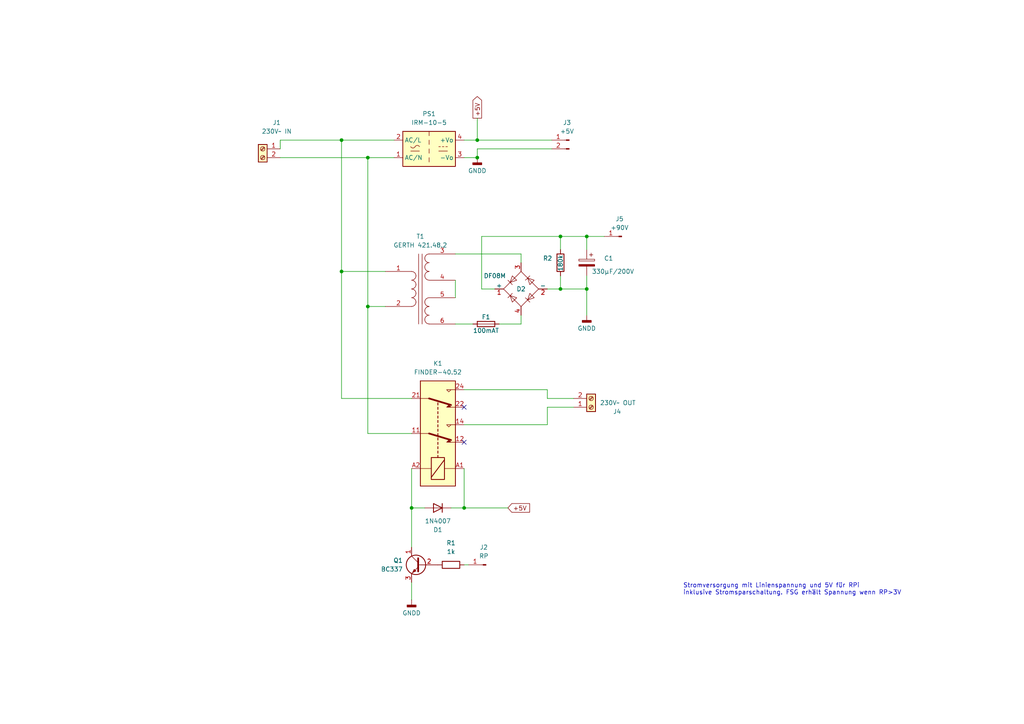
<source format=kicad_sch>
(kicad_sch (version 20231120) (generator "eeschema") (generator_version "8.0")
  (paper "A4")
  (lib_symbols
    (symbol "Connector:Conn_01x01_Pin" (pin_names (offset 1.016) hide)
      (property "Reference" "J" (at 0 2.54 0))
      (property "Value" "Conn_01x01_Pin" (at 0 -2.54 0))
      (symbol "Conn_01x01_Pin_1_1"
        (polyline (pts (xy 1.27 0) (xy 0.8636 0)) (stroke (width 0.1524)))
        (rectangle (start 0.8636 0.127) (end 0 -0.127) (stroke (width 0.1524)) (fill (type outline)))
        (pin passive line (at 5.08 0 180) (length 3.81) (name "Pin_1") (number "1"))
      )
    )
    (symbol "Connector:Conn_01x02_Pin" (pin_names (offset 1.016) hide)
      (property "Reference" "J" (at 0 2.54 0))
      (property "Value" "Conn_01x02_Pin" (at 0 -5.08 0))
      (symbol "Conn_01x02_Pin_1_1"
        (polyline (pts (xy 1.27 -2.54) (xy 0.8636 -2.54)) (stroke (width 0.1524)))
        (polyline (pts (xy 1.27 0) (xy 0.8636 0)) (stroke (width 0.1524)))
        (rectangle (start 0.8636 -2.413) (end 0 -2.667) (stroke (width 0.1524)) (fill (type outline)))
        (rectangle (start 0.8636 0.127) (end 0 -0.127) (stroke (width 0.1524)) (fill (type outline)))
        (pin passive line (at 5.08 0 180) (length 3.81) (name "Pin_1") (number "1"))
        (pin passive line (at 5.08 -2.54 180) (length 3.81) (name "Pin_2") (number "2"))
      )
    )
    (symbol "Connector:Screw_Terminal_01x02" (pin_names (offset 1.016) hide)
      (property "Reference" "J" (at 0 2.54 0))
      (property "Value" "Screw_Terminal_01x02" (at 0 -5.08 0))
      (symbol "Screw_Terminal_01x02_1_1"
        (rectangle (start -1.27 1.27) (end 1.27 -3.81) (stroke (width 0.254)) (fill (type background)))
        (circle (center 0 -2.54) (radius 0.635) (stroke (width 0.1524)))
        (polyline (pts (xy -0.5334 -2.2098) (xy 0.3302 -3.048)) (stroke (width 0.1524)))
        (polyline (pts (xy -0.5334 0.3302) (xy 0.3302 -0.508)) (stroke (width 0.1524)))
        (polyline (pts (xy -0.3556 -2.032) (xy 0.508 -2.8702)) (stroke (width 0.1524)))
        (polyline (pts (xy -0.3556 0.508) (xy 0.508 -0.3302)) (stroke (width 0.1524)))
        (circle (center 0 0) (radius 0.635) (stroke (width 0.1524)))
        (pin passive line (at -5.08 0 0) (length 3.81) (name "Pin_1") (number "1"))
        (pin passive line (at -5.08 -2.54 0) (length 3.81) (name "Pin_2") (number "2"))
      )
    )
    (symbol "Converter_ACDC:IRM-10-5"
      (property "Reference" "PS" (at 0 6.35 0))
      (property "Value" "IRM-10-5" (at 0 -6.35 0))
      (symbol "IRM-10-5_0_1"
        (rectangle (start -7.62 5.08) (end 7.62 -5.08) (stroke (width 0.254)) (fill (type background)))
        (arc (start -5.334 0.635) (mid -4.699 0.2495) (end -4.064 0.635))
        (arc (start -2.794 0.635) (mid -3.429 1.0072) (end -4.064 0.635))
        (polyline (pts (xy -5.334 -0.635) (xy -2.794 -0.635)))
        (polyline (pts (xy 0 -2.54) (xy 0 -3.81)))
        (polyline (pts (xy 0 0) (xy 0 -1.27)))
        (polyline (pts (xy 0 2.54) (xy 0 1.27)))
        (polyline (pts (xy 0 5.08) (xy 0 3.81)))
        (polyline (pts (xy 2.794 -0.635) (xy 5.334 -0.635)))
        (polyline (pts (xy 2.794 0.635) (xy 3.302 0.635)))
        (polyline (pts (xy 3.81 0.635) (xy 4.318 0.635)))
        (polyline (pts (xy 4.826 0.635) (xy 5.334 0.635)))
      )
      (symbol "IRM-10-5_1_1"
        (pin power_in line (at -10.16 -2.54 0) (length 2.54) (name "AC/N") (number "1"))
        (pin power_in line (at -10.16 2.54 0) (length 2.54) (name "AC/L") (number "2"))
        (pin power_out line (at 10.16 -2.54 180) (length 2.54) (name "-Vo") (number "3"))
        (pin power_out line (at 10.16 2.54 180) (length 2.54) (name "+Vo") (number "4"))
      )
    )
    (symbol "Device:C_Polarized" (pin_numbers hide) (pin_names (offset 0.254))
      (property "Reference" "C" (at 0.635 2.54 0))
      (property "Value" "C_Polarized" (at 0.635 -2.54 0))
      (symbol "C_Polarized_0_1"
        (rectangle (start -2.286 0.508) (end 2.286 1.016))
        (polyline (pts (xy -1.778 2.286) (xy -0.762 2.286)))
        (polyline (pts (xy -1.27 2.794) (xy -1.27 1.778)))
        (rectangle (start 2.286 -0.508) (end -2.286 -1.016) (fill (type outline)))
      )
      (symbol "C_Polarized_1_1"
        (pin passive line (at 0 3.81 270) (length 2.794) (name "~") (number "1"))
        (pin passive line (at 0 -3.81 90) (length 2.794) (name "~") (number "2"))
      )
    )
    (symbol "Device:Fuse" (pin_numbers hide) (pin_names (offset 0))
      (property "Reference" "F" (at 2.032 0 90))
      (property "Value" "Fuse" (at -1.905 0 90))
      (symbol "Fuse_0_1"
        (rectangle (start -0.762 -2.54) (end 0.762 2.54) (stroke (width 0.254)))
        (polyline (pts (xy 0 2.54) (xy 0 -2.54)))
      )
      (symbol "Fuse_1_1"
        (pin passive line (at 0 3.81 270) (length 1.27) (name "~") (number "1"))
        (pin passive line (at 0 -3.81 90) (length 1.27) (name "~") (number "2"))
      )
    )
    (symbol "Device:R" (pin_numbers hide) (pin_names (offset 0))
      (property "Reference" "R" (at 2.032 0 90))
      (property "Value" "R" (at 0 0 90))
      (symbol "R_0_1"
        (rectangle (start -1.016 -2.54) (end 1.016 2.54) (stroke (width 0.254)))
      )
      (symbol "R_1_1"
        (pin passive line (at 0 3.81 270) (length 1.27) (name "~") (number "1"))
        (pin passive line (at 0 -3.81 90) (length 1.27) (name "~") (number "2"))
      )
    )
    (symbol "Device:Transformer_1P_2S" (pin_names (offset 1.016) hide)
      (property "Reference" "T" (at 0 12.7 0))
      (property "Value" "Transformer_1P_2S" (at 0 -12.7 0))
      (symbol "Transformer_1P_2S_0_1"
        (arc (start -2.54 -5.0546) (mid -1.6599 -4.6901) (end -1.27 -3.81))
        (arc (start -2.54 -2.5146) (mid -1.6599 -2.1501) (end -1.27 -1.27))
        (arc (start -2.54 0.0254) (mid -1.6599 0.3899) (end -1.27 1.27))
        (arc (start -2.54 2.5654) (mid -1.6599 2.9299) (end -1.27 3.81))
        (arc (start -1.27 -3.81) (mid -1.642 -2.912) (end -2.54 -2.54))
        (arc (start -1.27 -1.27) (mid -1.642 -0.372) (end -2.54 0))
        (arc (start -1.27 1.27) (mid -1.642 2.168) (end -2.54 2.54))
        (arc (start -1.27 3.81) (mid -1.642 4.708) (end -2.54 5.08))
        (polyline (pts (xy -0.508 -10.16) (xy -0.508 10.16)))
        (polyline (pts (xy 0.508 10.16) (xy 0.508 -10.16)))
        (arc (start 1.2954 -8.89) (mid 1.6599 -9.7701) (end 2.54 -10.1346))
        (arc (start 1.2954 -6.35) (mid 1.6599 -7.2301) (end 2.54 -7.5946))
        (arc (start 1.2954 -3.81) (mid 1.6599 -4.6901) (end 2.54 -5.0546))
        (arc (start 1.2954 3.81) (mid 1.6599 2.9299) (end 2.54 2.5654))
        (arc (start 1.2954 6.35) (mid 1.6599 5.4699) (end 2.54 5.1054))
        (arc (start 1.2954 8.89) (mid 1.6599 8.0099) (end 2.54 7.6454))
        (arc (start 2.54 -7.62) (mid 1.642 -7.992) (end 1.2954 -8.89))
        (arc (start 2.54 -5.08) (mid 1.642 -5.452) (end 1.2954 -6.35))
        (arc (start 2.54 -2.54) (mid 1.642 -2.912) (end 1.2954 -3.81))
        (arc (start 2.54 5.08) (mid 1.642 4.708) (end 1.2954 3.81))
        (arc (start 2.54 7.62) (mid 1.642 7.248) (end 1.2954 6.35))
        (arc (start 2.54 10.16) (mid 1.642 9.788) (end 1.2954 8.89))
      )
      (symbol "Transformer_1P_2S_1_1"
        (pin passive line (at -10.16 5.08 0) (length 7.62) (name "AA") (number "1"))
        (pin passive line (at -10.16 -5.08 0) (length 7.62) (name "AB") (number "2"))
        (pin passive line (at 10.16 10.16 180) (length 7.62) (name "SA") (number "3"))
        (pin passive line (at 10.16 2.54 180) (length 7.62) (name "SB") (number "4"))
        (pin passive line (at 10.16 -2.54 180) (length 7.62) (name "SC") (number "5"))
        (pin passive line (at 10.16 -10.16 180) (length 7.62) (name "SD") (number "6"))
      )
    )
    (symbol "Diode:1N4007" (pin_numbers hide) (pin_names hide)
      (property "Reference" "D" (at 0 2.54 0))
      (property "Value" "1N4007" (at 0 -2.54 0))
      (symbol "1N4007_0_1"
        (polyline (pts (xy -1.27 1.27) (xy -1.27 -1.27)) (stroke (width 0.254)))
        (polyline (pts (xy 1.27 0) (xy -1.27 0)))
        (polyline (pts (xy 1.27 1.27) (xy 1.27 -1.27) (xy -1.27 0) (xy 1.27 1.27)) (stroke (width 0.254)))
      )
      (symbol "1N4007_1_1"
        (pin passive line (at -3.81 0 0) (length 2.54) (name "K") (number "1"))
        (pin passive line (at 3.81 0 180) (length 2.54) (name "A") (number "2"))
      )
    )
    (symbol "Diode_Bridge:DF08M" (pin_names (offset 0))
      (property "Reference" "D" (at 2.54 6.985 0))
      (property "Value" "DF08M" (at 2.54 5.08 0))
      (symbol "DF08M_0_1"
        (polyline (pts (xy -2.54 3.81) (xy -1.27 2.54)))
        (polyline (pts (xy -1.27 -2.54) (xy -2.54 -3.81)))
        (polyline (pts (xy 2.54 -1.27) (xy 3.81 -2.54)))
        (polyline (pts (xy 2.54 1.27) (xy 3.81 2.54)))
        (polyline (pts (xy -3.81 2.54) (xy -2.54 1.27) (xy -1.905 3.175) (xy -3.81 2.54)))
        (polyline (pts (xy -2.54 -1.27) (xy -3.81 -2.54) (xy -1.905 -3.175) (xy -2.54 -1.27)))
        (polyline (pts (xy 1.27 2.54) (xy 2.54 3.81) (xy 3.175 1.905) (xy 1.27 2.54)))
        (polyline (pts (xy 3.175 -1.905) (xy 1.27 -2.54) (xy 2.54 -3.81) (xy 3.175 -1.905)))
        (polyline (pts (xy -5.08 0) (xy 0 -5.08) (xy 5.08 0) (xy 0 5.08) (xy -5.08 0)))
      )
      (symbol "DF08M_1_1"
        (pin passive line (at 7.62 0 180) (length 2.54) (name "+") (number "1"))
        (pin passive line (at -7.62 0 0) (length 2.54) (name "-") (number "2"))
        (pin passive line (at 0 -7.62 90) (length 2.54) (name "~") (number "3"))
        (pin passive line (at 0 7.62 270) (length 2.54) (name "~") (number "4"))
      )
    )
    (symbol "Relay:FINDER-40.52"
      (property "Reference" "K" (at 16.51 3.81 0))
      (property "Value" "FINDER-40.52" (at 16.51 1.27 0))
      (symbol "FINDER-40.52_0_1"
        (rectangle (start -15.24 5.08) (end 15.24 -5.08) (stroke (width 0.254)) (fill (type background)))
        (rectangle (start -13.335 1.905) (end -6.985 -1.905) (stroke (width 0.254)))
        (polyline (pts (xy -12.7 -1.905) (xy -7.62 1.905)) (stroke (width 0.254)))
        (polyline (pts (xy -10.16 -5.08) (xy -10.16 -1.905)))
        (polyline (pts (xy -10.16 5.08) (xy -10.16 1.905)))
        (polyline (pts (xy -6.985 0) (xy -6.35 0)) (stroke (width 0.254)))
        (polyline (pts (xy -5.715 0) (xy -5.08 0)) (stroke (width 0.254)))
        (polyline (pts (xy -4.445 0) (xy -3.81 0)) (stroke (width 0.254)))
        (polyline (pts (xy -3.175 0) (xy -2.54 0)) (stroke (width 0.254)))
        (polyline (pts (xy -1.905 0) (xy -1.27 0)) (stroke (width 0.254)))
        (polyline (pts (xy -0.635 0) (xy 0 0)) (stroke (width 0.254)))
        (polyline (pts (xy 0 -2.54) (xy -1.905 3.81)) (stroke (width 0.508)))
        (polyline (pts (xy 0 -2.54) (xy 0 -5.08)))
        (polyline (pts (xy 0.635 0) (xy 1.27 0)) (stroke (width 0.254)))
        (polyline (pts (xy 1.905 0) (xy 2.54 0)) (stroke (width 0.254)))
        (polyline (pts (xy 3.175 0) (xy 3.81 0)) (stroke (width 0.254)))
        (polyline (pts (xy 4.445 0) (xy 5.08 0)) (stroke (width 0.254)))
        (polyline (pts (xy 5.715 0) (xy 6.35 0)) (stroke (width 0.254)))
        (polyline (pts (xy 6.985 0) (xy 7.62 0)) (stroke (width 0.254)))
        (polyline (pts (xy 8.255 0) (xy 8.89 0)) (stroke (width 0.254)))
        (polyline (pts (xy 10.16 -2.54) (xy 8.255 3.81)) (stroke (width 0.508)))
        (polyline (pts (xy 10.16 -2.54) (xy 10.16 -5.08)))
        (polyline (pts (xy -2.54 5.08) (xy -2.54 2.54) (xy -1.905 3.175) (xy -2.54 3.81)) (fill (type outline)))
        (polyline (pts (xy 2.54 5.08) (xy 2.54 2.54) (xy 1.905 3.175) (xy 2.54 3.81)))
        (polyline (pts (xy 7.62 5.08) (xy 7.62 2.54) (xy 8.255 3.175) (xy 7.62 3.81)) (fill (type outline)))
        (polyline (pts (xy 12.7 5.08) (xy 12.7 2.54) (xy 12.065 3.175) (xy 12.7 3.81)))
      )
      (symbol "FINDER-40.52_1_1"
        (pin passive line (at 0 -7.62 90) (length 2.54) (name "~") (number "11"))
        (pin passive line (at -2.54 7.62 270) (length 2.54) (name "~") (number "12"))
        (pin passive line (at 2.54 7.62 270) (length 2.54) (name "~") (number "14"))
        (pin passive line (at 10.16 -7.62 90) (length 2.54) (name "~") (number "21"))
        (pin passive line (at 7.62 7.62 270) (length 2.54) (name "~") (number "22"))
        (pin passive line (at 12.7 7.62 270) (length 2.54) (name "~") (number "24"))
        (pin passive line (at -10.16 7.62 270) (length 2.54) (name "~") (number "A1"))
        (pin passive line (at -10.16 -7.62 90) (length 2.54) (name "~") (number "A2"))
      )
    )
    (symbol "Transistor_BJT:BC337" (pin_names (offset 0) hide)
      (property "Reference" "Q" (at 5.08 1.905 0))
      (property "Value" "BC337" (at 5.08 0 0))
      (symbol "BC337_0_1"
        (polyline (pts (xy 0 0) (xy 0.635 0)))
        (polyline (pts (xy 0.635 0.635) (xy 2.54 2.54)))
        (polyline (pts (xy 0.635 -0.635) (xy 2.54 -2.54) (xy 2.54 -2.54)))
        (polyline (pts (xy 0.635 1.905) (xy 0.635 -1.905) (xy 0.635 -1.905)) (stroke (width 0.508)))
        (polyline (pts (xy 1.27 -1.778) (xy 1.778 -1.27) (xy 2.286 -2.286) (xy 1.27 -1.778) (xy 1.27 -1.778)) (fill (type outline)))
        (circle (center 1.27 0) (radius 2.8194) (stroke (width 0.254)))
      )
      (symbol "BC337_1_1"
        (pin passive line (at 2.54 5.08 270) (length 2.54) (name "C") (number "1"))
        (pin input line (at -5.08 0 0) (length 5.08) (name "B") (number "2"))
        (pin passive line (at 2.54 -5.08 90) (length 2.54) (name "E") (number "3"))
      )
    )
    (symbol "power:GNDD" (power) (pin_numbers hide) (pin_names (offset 0) hide)
      (property "Value" "GNDD" (at 0 -3.175 0))
      (symbol "GNDD_0_1"
        (rectangle (start -1.27 -1.524) (end 1.27 -2.032) (stroke (width 0.254)) (fill (type outline)))
        (polyline (pts (xy 0 0) (xy 0 -1.524)))
      )
      (symbol "GNDD_1_1"
        (pin power_in line (at 0 0 270) (length 0) (name "~") (number "1"))
      )
    )
  )
  (junction (at 106.68 45.72))
  (junction (at 162.56 68.58))
  (junction (at 170.18 83.82))
  (junction (at 99.06 40.64))
  (junction (at 170.18 68.58))
  (junction (at 99.06 78.74))
  (junction (at 138.43 45.72))
  (junction (at 138.43 40.64))
  (junction (at 119.38 147.32))
  (junction (at 162.56 83.82))
  (junction (at 106.68 88.9))
  (junction (at 134.62 147.32))
  (no_connect (at 134.62 128.27))
  (no_connect (at 134.62 118.11))
  (wire (pts (xy 151.13 73.66) (xy 151.13 76.2)))
  (wire (pts (xy 134.62 135.89) (xy 134.62 147.32)))
  (wire (pts (xy 158.75 118.11) (xy 166.37 118.11)))
  (wire (pts (xy 106.68 45.72) (xy 114.3 45.72)))
  (wire (pts (xy 144.78 93.98) (xy 151.13 93.98)))
  (wire (pts (xy 106.68 125.73) (xy 119.38 125.73)))
  (wire (pts (xy 106.68 88.9) (xy 111.76 88.9)))
  (wire (pts (xy 138.43 40.64) (xy 138.43 34.29)))
  (wire (pts (xy 119.38 168.91) (xy 119.38 173.99)))
  (wire (pts (xy 134.62 147.32) (xy 130.81 147.32)))
  (wire (pts (xy 162.56 80.01) (xy 162.56 83.82)))
  (wire (pts (xy 138.43 43.18) (xy 138.43 45.72)))
  (wire (pts (xy 170.18 68.58) (xy 175.26 68.58)))
  (wire (pts (xy 81.28 40.64) (xy 81.28 43.18)))
  (wire (pts (xy 132.08 81.28) (xy 132.08 86.36)))
  (wire (pts (xy 132.08 93.98) (xy 137.16 93.98)))
  (wire (pts (xy 170.18 68.58) (xy 170.18 72.39)))
  (wire (pts (xy 134.62 147.32) (xy 147.32 147.32)))
  (wire (pts (xy 106.68 45.72) (xy 106.68 88.9)))
  (wire (pts (xy 135.89 163.83) (xy 134.62 163.83)))
  (wire (pts (xy 81.28 40.64) (xy 99.06 40.64)))
  (wire (pts (xy 106.68 88.9) (xy 106.68 125.73)))
  (wire (pts (xy 170.18 91.44) (xy 170.18 83.82)))
  (wire (pts (xy 99.06 115.57) (xy 119.38 115.57)))
  (wire (pts (xy 162.56 83.82) (xy 158.75 83.82)))
  (wire (pts (xy 158.75 113.03) (xy 158.75 115.57)))
  (wire (pts (xy 99.06 40.64) (xy 114.3 40.64)))
  (wire (pts (xy 134.62 45.72) (xy 138.43 45.72)))
  (wire (pts (xy 132.08 73.66) (xy 151.13 73.66)))
  (wire (pts (xy 170.18 83.82) (xy 162.56 83.82)))
  (wire (pts (xy 134.62 40.64) (xy 138.43 40.64)))
  (wire (pts (xy 134.62 123.19) (xy 158.75 123.19)))
  (wire (pts (xy 81.28 45.72) (xy 106.68 45.72)))
  (wire (pts (xy 119.38 147.32) (xy 119.38 158.75)))
  (wire (pts (xy 139.7 83.82) (xy 143.51 83.82)))
  (wire (pts (xy 99.06 78.74) (xy 111.76 78.74)))
  (wire (pts (xy 99.06 40.64) (xy 99.06 78.74)))
  (wire (pts (xy 139.7 68.58) (xy 139.7 83.82)))
  (wire (pts (xy 139.7 68.58) (xy 162.56 68.58)))
  (wire (pts (xy 170.18 80.01) (xy 170.18 83.82)))
  (wire (pts (xy 166.37 115.57) (xy 158.75 115.57)))
  (wire (pts (xy 162.56 68.58) (xy 162.56 72.39)))
  (wire (pts (xy 158.75 118.11) (xy 158.75 123.19)))
  (wire (pts (xy 119.38 135.89) (xy 119.38 147.32)))
  (wire (pts (xy 119.38 147.32) (xy 123.19 147.32)))
  (wire (pts (xy 138.43 40.64) (xy 160.02 40.64)))
  (wire (pts (xy 162.56 68.58) (xy 170.18 68.58)))
  (wire (pts (xy 99.06 78.74) (xy 99.06 115.57)))
  (wire (pts (xy 134.62 113.03) (xy 158.75 113.03)))
  (wire (pts (xy 138.43 43.18) (xy 160.02 43.18)))
  (wire (pts (xy 151.13 93.98) (xy 151.13 91.44)))
  (text "Stromversorgung mit Linienspannung und 5V für RPi\ninklusive Stromsparschaltung. FSG erhält Spannung wenn RP>3V" (at 198.12 172.72 0) (effects (font (size 1.27 1.27)) (justify left bottom)))
  (global_label "+5V" (shape output) (at 138.43 34.29 90) (property "Intersheetrefs" "${INTERSHEET_REFS}" (effects (hide yes))))
  (global_label "+5V" (shape input) (at 147.32 147.32 0) (property "Intersheetrefs" "${INTERSHEET_REFS}" (effects (hide yes))))
  (symbol (lib_id "power:GNDD") (at 170.18 91.44 0) (unit 1)
    (property "Reference" "#PWR03" (effects (hide yes)))
    (property "Value" "GNDD" (at 170.18 95.25 0))
    (property "Description" "Power symbol creates a global label with name \"GNDD\" , digital ground" (effects (hide yes)))
  )
  (symbol (lib_id "Device:Transformer_1P_2S") (at 121.92 83.82 0) (unit 1)
    (property "Reference" "T1" (at 121.92 68.58 0))
    (property "Value" "GERTH 421.48.2" (at 121.92 71.12 0))
    (property "Footprint" "Library:Transformer_CHK_EI42-5VA_2xSec_6pin" (effects (hide yes)))
    (property "Description" "Transformer, single primary, dual secondary" (effects (hide yes)))
  )
  (symbol (lib_id "Device:R") (at 162.56 76.2 0) (unit 1)
    (property "Reference" "R2" (at 157.48 74.93 0) (effects (justify left)))
    (property "Value" "180k" (at 162.56 78.74 90) (effects (justify left)))
    (property "Footprint" "Resistor_THT:R_Axial_DIN0207_L6.3mm_D2.5mm_P10.16mm_Horizontal" (effects (hide yes)))
    (property "Description" "Resistor" (effects (hide yes)))
  )
  (symbol (lib_id "Device:C_Polarized") (at 170.18 76.2 0) (mirror y) (unit 1)
    (property "Reference" "C1" (at 176.53 74.93 0))
    (property "Value" "330µF/200V" (at 177.8 78.74 0))
    (property "Footprint" "Capacitor_THT:CP_Radial_D22.0mm_P10.00mm_SnapIn" (effects (hide yes)))
    (property "Description" "Polarized capacitor" (effects (hide yes)))
  )
  (symbol (lib_id "Connector:Conn_01x01_Pin") (at 180.34 68.58 0) (mirror y) (unit 1)
    (property "Reference" "J5" (at 179.705 63.5 0))
    (property "Value" "+90V" (at 179.705 66.04 0))
    (property "Footprint" "Connector_PinHeader_2.54mm:PinHeader_1x01_P2.54mm_Vertical" (effects (hide yes)))
    (property "Description" "Generic connector, single row, 01x01, script generated" (effects (hide yes)))
  )
  (symbol (lib_id "Connector:Screw_Terminal_01x02") (at 76.2 43.18 0) (mirror y) (unit 1)
    (property "Reference" "J1" (at 80.264 35.56 0))
    (property "Value" "230V~ IN" (at 80.264 38.1 0))
    (property "Footprint" "TerminalBlock_RND:TerminalBlock_RND_205-00067_1x02_P7.50mm_Horizontal" (effects (hide yes)))
    (property "Description" "Generic screw terminal, single row, 01x02, script generated (kicad-library-utils/schlib/autogen/connector/)" (effects (hide yes)))
  )
  (symbol (lib_id "Device:Fuse") (at 140.97 93.98 90) (unit 1)
    (property "Reference" "F1" (at 140.97 91.948 90))
    (property "Value" "100mAT" (at 140.97 95.885 90))
    (property "Footprint" "Fuse:Fuseholder_Clip-5x20mm_Eaton_1A5601-01_Inline_P20.80x6.76mm_D1.70mm_Horizontal" (effects (hide yes)))
    (property "Description" "Fuse" (effects (hide yes)))
  )
  (symbol (lib_id "Diode:1N4007") (at 127 147.32 180) (unit 1)
    (property "Reference" "D1" (at 127 153.67 0))
    (property "Value" "1N4007" (at 127 151.13 0))
    (property "Footprint" "Diode_THT:D_DO-41_SOD81_P7.62mm_Horizontal" (effects (hide yes)))
    (property "Datasheet" "http://www.vishay.com/docs/88503/1n4001.pdf" (effects (hide yes)))
    (property "Description" "1000V 1A General Purpose Rectifier Diode, DO-41" (effects (hide yes)))
    (property "Sim.Device" "D" (effects (hide yes)))
    (property "Sim.Pins" "1=K 2=A" (effects (hide yes)))
  )
  (symbol (lib_id "Relay:FINDER-40.52") (at 127 125.73 270) (mirror x) (unit 1)
    (property "Reference" "K1" (at 127 105.41 90))
    (property "Value" "FINDER-40.52" (at 127 107.95 90))
    (property "Footprint" "Relay_THT:Relay_DPDT_Finder_40.52" (effects (hide yes)))
    (property "Datasheet" "http://gfinder.findernet.com/assets/Series/353/S40EN.pdf" (effects (hide yes)))
    (property "Description" "FINDER 40.52, Dual Pole Relay, 5mm Pitch, 10A" (effects (hide yes)))
  )
  (symbol (lib_id "power:GNDD") (at 119.38 173.99 0) (unit 1)
    (property "Reference" "#PWR01" (effects (hide yes)))
    (property "Value" "GNDD" (at 119.38 177.8 0))
    (property "Description" "Power symbol creates a global label with name \"GNDD\" , digital ground" (effects (hide yes)))
  )
  (symbol (lib_id "Converter_ACDC:IRM-10-5") (at 124.46 43.18 0) (unit 1)
    (property "Reference" "PS1" (at 124.46 33.02 0))
    (property "Value" "IRM-10-5" (at 124.46 35.56 0))
    (property "Footprint" "Converter_ACDC:Converter_ACDC_MeanWell_IRM-10-xx_THT" (effects (hide yes)))
    (property "Datasheet" "https://www.meanwell.com/Upload/PDF/IRM-10/IRM-10-SPEC.PDF" (effects (hide yes)))
    (property "Description" "5V, 2A, 10W, Isolated, AC-DC, 222A(IRM10)" (effects (hide yes)))
  )
  (symbol (lib_id "Connector:Conn_01x02_Pin") (at 165.1 40.64 0) (mirror y) (unit 1)
    (property "Reference" "J3" (at 164.465 35.56 0))
    (property "Value" "+5V" (at 164.465 38.1 0))
    (property "Footprint" "Connector_Molex:Molex_KK-254_AE-6410-02A_1x02_P2.54mm_Vertical" (effects (hide yes)))
    (property "Description" "Generic connector, single row, 01x02, script generated" (effects (hide yes)))
  )
  (symbol (lib_id "Device:R") (at 130.81 163.83 270) (mirror x) (unit 1)
    (property "Reference" "R1" (at 130.81 157.48 90))
    (property "Value" "1k" (at 130.81 160.02 90))
    (property "Footprint" "Resistor_THT:R_Axial_DIN0207_L6.3mm_D2.5mm_P10.16mm_Horizontal" (effects (hide yes)))
    (property "Description" "Resistor" (effects (hide yes)))
  )
  (symbol (lib_id "Diode_Bridge:DF08M") (at 151.13 83.82 180) (unit 1)
    (property "Reference" "D2" (at 151.13 83.82 0))
    (property "Value" "DF08M" (at 143.51 80.01 0))
    (property "Footprint" "Diode_THT:Diode_Bridge_DIP-4_W7.62mm_P5.08mm" (effects (hide yes)))
    (property "Datasheet" "http://www.vishay.com/docs/88571/dfm.pdf" (effects (hide yes)))
    (property "Description" "Miniature Glass Passivated Single-Phase Bridge Rectifiers, 560V Vrms, 1.0A If, DIP-4" (effects (hide yes)))
  )
  (symbol (lib_id "Connector:Conn_01x01_Pin") (at 140.97 163.83 0) (mirror y) (unit 1)
    (property "Reference" "J2" (at 140.335 158.75 0))
    (property "Value" "RP" (at 140.335 161.29 0))
    (property "Footprint" "Connector_PinHeader_2.54mm:PinHeader_1x01_P2.54mm_Vertical" (effects (hide yes)))
    (property "Description" "Generic connector, single row, 01x01, script generated" (effects (hide yes)))
  )
  (symbol (lib_id "power:GNDD") (at 138.43 45.72 0) (unit 1)
    (property "Reference" "#PWR02" (effects (hide yes)))
    (property "Value" "GNDD" (at 138.43 49.53 0))
    (property "Description" "Power symbol creates a global label with name \"GNDD\" , digital ground" (effects (hide yes)))
  )
  (symbol (lib_id "Connector:Screw_Terminal_01x02") (at 171.45 118.11 0) (mirror x) (unit 1)
    (property "Reference" "J4" (at 177.8 119.38 0) (effects (justify left)))
    (property "Value" "230V~ OUT" (at 173.99 116.84 0) (effects (justify left)))
    (property "Footprint" "TerminalBlock_RND:TerminalBlock_RND_205-00067_1x02_P7.50mm_Horizontal" (effects (hide yes)))
    (property "Description" "Generic screw terminal, single row, 01x02, script generated (kicad-library-utils/schlib/autogen/connector/)" (effects (hide yes)))
  )
  (symbol (lib_id "Transistor_BJT:BC337") (at 121.92 163.83 0) (mirror y) (unit 1)
    (property "Reference" "Q1" (at 116.84 162.56 0) (effects (justify left)))
    (property "Value" "BC337" (at 116.84 165.1 0) (effects (justify left)))
    (property "Footprint" "Package_TO_SOT_THT:TO-92_Inline_Wide" (effects (hide yes)))
    (property "Datasheet" "https://diotec.com/tl_files/diotec/files/pdf/datasheets/bc337.pdf" (effects (hide yes)))
    (property "Description" "0.8A Ic, 45V Vce, NPN Transistor, TO-92" (effects (hide yes)))
  )
)
</source>
